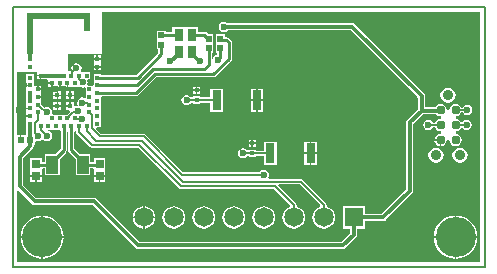
<source format=gtl>
G04*
G04 #@! TF.GenerationSoftware,Altium Limited,Altium Designer,20.2.5 (213)*
G04*
G04 Layer_Physical_Order=1*
G04 Layer_Color=255*
%FSLAX25Y25*%
%MOIN*%
G70*
G04*
G04 #@! TF.SameCoordinates,6F863687-9C3A-4172-A650-1A8696597D16*
G04*
G04*
G04 #@! TF.FilePolarity,Positive*
G04*
G01*
G75*
%ADD10C,0.01000*%
%ADD11C,0.00500*%
%ADD12C,0.00787*%
%ADD14R,0.01378X0.01378*%
%ADD15R,0.01654X0.01654*%
%ADD17R,0.02047X0.02165*%
%ADD18R,0.02165X0.02047*%
%ADD19R,0.03150X0.03937*%
%ADD20R,0.02835X0.02835*%
%ADD21R,0.03937X0.06102*%
%ADD22R,0.03150X0.06693*%
%ADD23R,0.01378X0.01417*%
%ADD38C,0.03110*%
%ADD39C,0.01378*%
%ADD40C,0.00598*%
%ADD41C,0.03543*%
%ADD42C,0.06496*%
%ADD43R,0.06496X0.06496*%
%ADD44C,0.13386*%
%ADD45C,0.02362*%
G36*
X25886Y78709D02*
X23917D01*
Y82646D01*
X6791D01*
Y70835D01*
X4823D01*
Y84614D01*
X25886D01*
Y78709D01*
D02*
G37*
G36*
X8122Y64917D02*
X8122Y64559D01*
Y64028D01*
X9311D01*
Y63728D01*
X9611D01*
Y62539D01*
X10181D01*
X10500Y62539D01*
X11000Y62539D01*
X11536D01*
X11961Y62358D01*
X11961Y62039D01*
Y61469D01*
X13150D01*
Y61169D01*
X13450D01*
Y59980D01*
X14020D01*
X14339Y59980D01*
X14839Y59980D01*
X15409D01*
Y61169D01*
X16009D01*
Y59980D01*
X16579D01*
X16898Y59980D01*
X17398Y59980D01*
X17968D01*
Y61169D01*
X18568D01*
Y59980D01*
X19138D01*
X19457Y59980D01*
X19957Y59980D01*
X22016D01*
X22016Y59980D01*
Y59980D01*
X22502Y59947D01*
X22671Y59834D01*
X23327Y59703D01*
X23921Y59821D01*
X24115Y59763D01*
X24421Y59599D01*
X24421Y57965D01*
X24421Y57465D01*
Y56480D01*
X23980Y56244D01*
X23884Y56308D01*
X23228Y56438D01*
X22572Y56308D01*
X22016Y55936D01*
X21645Y55380D01*
X21514Y54724D01*
X21629Y54149D01*
X21634Y54052D01*
X21343Y53621D01*
X20998Y53552D01*
X20862Y53462D01*
X20362Y53729D01*
Y54870D01*
X19335D01*
Y53543D01*
X19035D01*
Y53243D01*
X17709D01*
Y52217D01*
X18861D01*
X19068Y51717D01*
X18081Y50730D01*
X18025Y50646D01*
X17079Y50646D01*
X16579Y50646D01*
X14839D01*
X14520Y50646D01*
X14020Y50646D01*
X13374D01*
X13046Y51146D01*
X13131Y51575D01*
X13001Y52231D01*
X12629Y52787D01*
X12073Y53158D01*
X11417Y53289D01*
X10761Y53158D01*
X10595Y53047D01*
X9555Y54087D01*
X9555Y55224D01*
X9555Y55724D01*
Y56295D01*
X8366D01*
Y56894D01*
X9555D01*
Y57465D01*
X9555Y57784D01*
X9555Y58284D01*
Y58854D01*
X8366D01*
Y59153D01*
X8066D01*
Y60343D01*
X7177D01*
X6996Y60768D01*
X6996Y61622D01*
X6996Y62122D01*
Y64181D01*
X4618D01*
Y62122D01*
X4618Y61803D01*
X4618Y61303D01*
Y60733D01*
X5807D01*
Y60133D01*
X4618D01*
Y59563D01*
X4618Y59244D01*
X4618Y58744D01*
Y57991D01*
X4595Y57874D01*
Y55315D01*
X4618Y55198D01*
X4618Y54126D01*
X4618Y53626D01*
Y53056D01*
X5807D01*
Y52456D01*
X4618D01*
Y51886D01*
X4618Y51567D01*
X4618Y51067D01*
Y50497D01*
X5807D01*
Y49897D01*
X4618D01*
Y49327D01*
X4618Y49008D01*
X4618Y48508D01*
Y47755D01*
X4595Y47638D01*
Y44015D01*
X4181Y43807D01*
X2957D01*
Y42224D01*
X2358D01*
Y43807D01*
X1606D01*
Y65059D01*
X7681D01*
X8122Y64917D01*
D02*
G37*
G36*
X155875Y1606D02*
X1606Y1606D01*
Y25161D01*
X2067Y25352D01*
X6525Y20895D01*
X6918Y20632D01*
X7382Y20540D01*
X26762D01*
X41072Y6229D01*
X41465Y5967D01*
X41929Y5874D01*
X110138D01*
X110602Y5967D01*
X110995Y6229D01*
X114597Y9832D01*
X114860Y10225D01*
X114952Y10689D01*
Y12669D01*
X117488D01*
Y15205D01*
X123504D01*
X123968Y15297D01*
X124361Y15560D01*
X133239Y24438D01*
X133502Y24831D01*
X133594Y25295D01*
X133594Y25295D01*
Y47628D01*
X136821Y50855D01*
X141081D01*
X141156Y50743D01*
X141836Y50288D01*
X142638Y50129D01*
Y49320D01*
X141836Y49160D01*
X141156Y48706D01*
X140717Y48049D01*
X140067D01*
X139795Y48456D01*
X139239Y48828D01*
X138583Y48958D01*
X137927Y48828D01*
X137371Y48456D01*
X136999Y47900D01*
X136869Y47244D01*
X136999Y46588D01*
X137371Y46032D01*
X137927Y45660D01*
X138583Y45530D01*
X139239Y45660D01*
X139795Y46032D01*
X140053Y46419D01*
X140704D01*
X141156Y45743D01*
X141836Y45289D01*
X142638Y45129D01*
Y44320D01*
X141836Y44160D01*
X141156Y43706D01*
X140702Y43026D01*
X140602Y42524D01*
X142638D01*
Y42224D01*
X142938D01*
Y40189D01*
X143440Y40288D01*
X144120Y40743D01*
X144574Y41423D01*
X144733Y42224D01*
X145542D01*
X145702Y41423D01*
X146156Y40743D01*
X146836Y40288D01*
X147638Y40129D01*
X148440Y40288D01*
X149119Y40743D01*
X149574Y41423D01*
X149733Y42224D01*
X149574Y43026D01*
X149119Y43706D01*
X148440Y44160D01*
X147638Y44320D01*
Y45129D01*
X148440Y45289D01*
X149119Y45743D01*
X149439Y46222D01*
X150007Y46246D01*
X150011Y46245D01*
X150127Y46071D01*
X150683Y45700D01*
X151339Y45569D01*
X151995Y45700D01*
X152551Y46071D01*
X152922Y46628D01*
X153053Y47283D01*
X152922Y47939D01*
X152551Y48495D01*
X151995Y48867D01*
X151339Y48998D01*
X150683Y48867D01*
X150127Y48495D01*
X149966Y48254D01*
X149421D01*
X149119Y48706D01*
X148440Y49160D01*
X147638Y49320D01*
Y50129D01*
X148440Y50288D01*
X149119Y50743D01*
X149574Y51423D01*
X149575Y51429D01*
X150111D01*
X150363Y51052D01*
X150919Y50680D01*
X151575Y50550D01*
X152231Y50680D01*
X152787Y51052D01*
X153158Y51608D01*
X153289Y52264D01*
X153158Y52920D01*
X152787Y53476D01*
X152231Y53847D01*
X151575Y53978D01*
X150919Y53847D01*
X150363Y53476D01*
X150084Y53059D01*
X149552D01*
X149119Y53706D01*
X148440Y54160D01*
X147638Y54320D01*
X146836Y54160D01*
X146156Y53706D01*
X145702Y53026D01*
X145550Y52264D01*
X144725D01*
X144574Y53026D01*
X144120Y53706D01*
X143440Y54160D01*
X142638Y54320D01*
X141836Y54160D01*
X141156Y53706D01*
X140871Y53279D01*
X137531D01*
Y56890D01*
X137531Y56890D01*
X137439Y57354D01*
X137176Y57747D01*
X137176Y57747D01*
X114053Y80870D01*
X113660Y81133D01*
X113196Y81225D01*
X71547D01*
X71128Y81505D01*
X70472Y81635D01*
X69816Y81505D01*
X69260Y81133D01*
X68889Y80577D01*
X68758Y79921D01*
X68889Y79265D01*
X69260Y78709D01*
X69816Y78338D01*
X70472Y78207D01*
X71128Y78338D01*
X71684Y78709D01*
X71745Y78800D01*
X112694D01*
X135107Y56388D01*
Y52569D01*
X131525Y48987D01*
X131262Y48594D01*
X131170Y48130D01*
Y25797D01*
X123002Y17630D01*
X117488D01*
Y20165D01*
X109992D01*
Y12669D01*
X112528D01*
Y11191D01*
X109636Y8299D01*
X42431D01*
X28121Y22609D01*
X27728Y22872D01*
X27264Y22964D01*
X7884D01*
X3574Y27274D01*
Y36210D01*
X6664Y39300D01*
X6927Y39694D01*
X7019Y40157D01*
Y40642D01*
X7331D01*
Y41704D01*
X7831Y41971D01*
X7907Y41920D01*
X8563Y41790D01*
X9219Y41920D01*
X9775Y42292D01*
X10364Y42274D01*
X10792Y41988D01*
X11448Y41858D01*
X12104Y41988D01*
X12660Y42360D01*
X13032Y42916D01*
X13162Y43572D01*
X13032Y44228D01*
X12660Y44784D01*
X12104Y45155D01*
X11835Y45209D01*
X11885Y45709D01*
X13059Y45709D01*
X13559Y45709D01*
X15299D01*
X15618Y45709D01*
X15969Y45354D01*
Y39202D01*
X14275Y37508D01*
X10780D01*
Y34976D01*
X9653D01*
Y36110D01*
X5819D01*
Y32594D01*
X5819Y32276D01*
X5819Y31776D01*
Y30477D01*
X9653D01*
Y31776D01*
X9653Y32094D01*
X9653Y32583D01*
X10007Y32937D01*
X10780D01*
Y30406D01*
X15717D01*
Y36066D01*
X17709Y38059D01*
X17930Y38389D01*
X18008Y38780D01*
Y44888D01*
X18268Y45041D01*
X18528Y44888D01*
Y38976D01*
X18605Y38586D01*
X18826Y38255D01*
X21016Y36066D01*
Y30406D01*
X25953D01*
Y32937D01*
X26725D01*
X27079Y32583D01*
Y32276D01*
X27079Y31776D01*
Y30477D01*
X30913D01*
Y31776D01*
X30913Y32094D01*
X30913Y32594D01*
Y36110D01*
X27079D01*
Y34976D01*
X25953D01*
Y37508D01*
X22458D01*
X20567Y39399D01*
Y44996D01*
X21067Y45331D01*
X21195Y45278D01*
Y45020D01*
X21264Y44671D01*
X21462Y44375D01*
X25848Y39990D01*
X26143Y39792D01*
X26492Y39723D01*
X41764D01*
X55360Y26127D01*
X55655Y25930D01*
X56004Y25860D01*
X87123D01*
X92487Y20496D01*
X92370Y19906D01*
X91850Y19691D01*
X91067Y19091D01*
X90466Y18307D01*
X90089Y17396D01*
X89960Y16417D01*
X90089Y15439D01*
X90466Y14527D01*
X91067Y13744D01*
X91850Y13143D01*
X92762Y12766D01*
X93740Y12637D01*
X94719Y12766D01*
X95630Y13143D01*
X96413Y13744D01*
X97014Y14527D01*
X97392Y15439D01*
X97521Y16417D01*
X97392Y17396D01*
X97014Y18307D01*
X96413Y19091D01*
X95630Y19691D01*
X94719Y20069D01*
X94651Y20078D01*
Y20531D01*
X94582Y20880D01*
X94384Y21176D01*
X88625Y26935D01*
X88832Y27435D01*
X95686D01*
X102590Y20531D01*
X102467Y19947D01*
X101850Y19691D01*
X101067Y19091D01*
X100466Y18307D01*
X100089Y17396D01*
X99960Y16417D01*
X100089Y15439D01*
X100466Y14527D01*
X101067Y13744D01*
X101850Y13143D01*
X102762Y12766D01*
X103740Y12637D01*
X104719Y12766D01*
X105630Y13143D01*
X106413Y13744D01*
X107014Y14527D01*
X107392Y15439D01*
X107520Y16417D01*
X107392Y17396D01*
X107014Y18307D01*
X106413Y19091D01*
X105630Y19691D01*
X104719Y20069D01*
X104651Y20078D01*
Y20669D01*
X104582Y21018D01*
X104385Y21314D01*
X96707Y28991D01*
X96412Y29188D01*
X96063Y29258D01*
X85476D01*
X85209Y29758D01*
X85334Y29945D01*
X85464Y30600D01*
X85334Y31256D01*
X84962Y31812D01*
X84406Y32184D01*
X83750Y32314D01*
X83094Y32184D01*
X82538Y31812D01*
X82337Y31512D01*
X56875D01*
X44337Y44050D01*
X44041Y44247D01*
X43692Y44317D01*
X29610D01*
X27940Y45987D01*
X28131Y46449D01*
X29358D01*
Y48827D01*
X29358D01*
Y49008D01*
X29358D01*
Y51067D01*
X29358Y51386D01*
X29358Y51886D01*
Y53626D01*
X29358Y53945D01*
X29358Y54445D01*
Y56185D01*
X29358Y56504D01*
X29713Y56854D01*
X41135D01*
X41525Y56932D01*
X41856Y57153D01*
X47857Y63154D01*
X66929D01*
X67319Y63231D01*
X67650Y63452D01*
X72768Y68570D01*
X72989Y68901D01*
X73067Y69291D01*
Y74803D01*
X72989Y75193D01*
X72768Y75524D01*
X71913Y76379D01*
X71583Y76600D01*
X71193Y76677D01*
X70874D01*
Y77508D01*
X67709D01*
Y74461D01*
X67709D01*
Y74358D01*
X67709D01*
Y71311D01*
X68272D01*
Y70565D01*
X67848Y70481D01*
X67292Y70110D01*
X66920Y69554D01*
X66874Y69320D01*
X66374Y69369D01*
Y71311D01*
X66937D01*
Y73961D01*
X66937Y74358D01*
X66937Y74858D01*
Y77508D01*
X65214D01*
X64638Y78083D01*
X64307Y78304D01*
X63917Y78382D01*
X61721D01*
Y79831D01*
X57890D01*
X57571Y79831D01*
X57071Y79831D01*
X53240D01*
Y78185D01*
X51189D01*
Y78689D01*
X48024D01*
Y76039D01*
X48024Y75642D01*
X48024Y75142D01*
Y72492D01*
X48587D01*
Y71289D01*
X41310Y64012D01*
X29358D01*
Y64181D01*
X26980D01*
Y61803D01*
X26980D01*
Y61622D01*
X26980D01*
Y60768D01*
X26799Y60343D01*
X26480Y60343D01*
X25172D01*
X24927Y60843D01*
X25041Y61417D01*
X24917Y62039D01*
X24921Y62150D01*
X25129Y62539D01*
X25854D01*
Y64917D01*
X23476D01*
Y64917D01*
X23295D01*
X22913Y65202D01*
X22798Y65417D01*
X22843Y65486D01*
X22974Y66142D01*
X22843Y66798D01*
X22472Y67354D01*
X21916Y67725D01*
X21260Y67856D01*
X20604Y67725D01*
X20048Y67354D01*
X19676Y66798D01*
X19546Y66142D01*
X19639Y65673D01*
X19346Y65380D01*
X19169Y65116D01*
X19004Y65084D01*
X18829Y65153D01*
X18504Y65479D01*
Y70965D01*
X29823D01*
Y85009D01*
X155875Y85009D01*
X155875Y1606D01*
D02*
G37*
%LPC*%
G36*
X9011Y63428D02*
X8122D01*
Y62539D01*
X9011D01*
Y63428D01*
D02*
G37*
G36*
X12850Y60869D02*
X11961D01*
Y59980D01*
X12850D01*
Y60869D01*
D02*
G37*
G36*
X8666Y60343D02*
Y59453D01*
X9555D01*
Y60343D01*
X8666D01*
D02*
G37*
G36*
X20362Y58413D02*
X19335D01*
Y57387D01*
X20362D01*
Y58413D01*
D02*
G37*
G36*
X18735D02*
X17709D01*
Y57387D01*
X18735D01*
Y58413D01*
D02*
G37*
G36*
X16268D02*
X15241D01*
Y57387D01*
X16268D01*
Y58413D01*
D02*
G37*
G36*
X14641D02*
X13614D01*
Y57387D01*
X14641D01*
Y58413D01*
D02*
G37*
G36*
X20362Y56787D02*
X19335D01*
Y55760D01*
X20362D01*
Y56787D01*
D02*
G37*
G36*
X18735D02*
X17709D01*
Y55760D01*
X18735D01*
Y56787D01*
D02*
G37*
G36*
X16268D02*
X15241D01*
Y55760D01*
X16268D01*
Y56787D01*
D02*
G37*
G36*
X14641D02*
X13614D01*
Y55760D01*
X14641D01*
Y56787D01*
D02*
G37*
G36*
X18735Y54870D02*
X17709D01*
Y53843D01*
X18735D01*
Y54870D01*
D02*
G37*
G36*
X16268D02*
X15241D01*
Y53843D01*
X16268D01*
Y54870D01*
D02*
G37*
G36*
X14641D02*
X13614D01*
Y53843D01*
X14641D01*
Y54870D01*
D02*
G37*
G36*
X16268Y53243D02*
X15241D01*
Y52217D01*
X16268D01*
Y53243D01*
D02*
G37*
G36*
X14641D02*
X13614D01*
Y52217D01*
X14641D01*
Y53243D01*
D02*
G37*
G36*
X29358Y70449D02*
X28469D01*
Y69560D01*
X29358D01*
Y70449D01*
D02*
G37*
G36*
X27869D02*
X26980D01*
Y69560D01*
X27869D01*
Y70449D01*
D02*
G37*
G36*
X29358Y68960D02*
X26980D01*
Y68390D01*
X26980Y68071D01*
X26980Y67571D01*
Y67001D01*
X29358D01*
Y67571D01*
X29358Y67890D01*
X29358Y68390D01*
Y68960D01*
D02*
G37*
G36*
Y66401D02*
X28469D01*
Y65512D01*
X29358D01*
Y66401D01*
D02*
G37*
G36*
X27869D02*
X26980D01*
Y65512D01*
X27869D01*
Y66401D01*
D02*
G37*
G36*
X62508Y60047D02*
X61619D01*
Y59139D01*
X62508D01*
Y60047D01*
D02*
G37*
G36*
X61019D02*
X60130D01*
Y59139D01*
X61019D01*
Y60047D01*
D02*
G37*
G36*
X62508Y58539D02*
X61619D01*
Y57630D01*
X62508D01*
Y58539D01*
D02*
G37*
G36*
X61019D02*
X60130D01*
Y57630D01*
X61019D01*
Y58539D01*
D02*
G37*
G36*
X70087Y59358D02*
X65937D01*
Y56443D01*
X62508D01*
Y56740D01*
X60130D01*
Y56433D01*
X59379D01*
X59184Y56724D01*
X58628Y57095D01*
X57972Y57226D01*
X57316Y57095D01*
X56760Y56724D01*
X56389Y56168D01*
X56258Y55512D01*
X56389Y54856D01*
X56760Y54300D01*
X57316Y53928D01*
X57972Y53798D01*
X58628Y53928D01*
X59184Y54300D01*
X59392Y54610D01*
X60130D01*
Y54323D01*
X62508D01*
Y54620D01*
X65937D01*
Y51665D01*
X70087D01*
Y59358D01*
D02*
G37*
G36*
X83472D02*
X81698D01*
Y55812D01*
X83472D01*
Y59358D01*
D02*
G37*
G36*
X81098D02*
X79323D01*
Y55812D01*
X81098D01*
Y59358D01*
D02*
G37*
G36*
X145138Y59731D02*
X144178Y59540D01*
X143365Y58997D01*
X142822Y58184D01*
X142631Y57224D01*
X142822Y56265D01*
X143365Y55452D01*
X144178Y54908D01*
X145138Y54718D01*
X146097Y54908D01*
X146910Y55452D01*
X147454Y56265D01*
X147645Y57224D01*
X147454Y58184D01*
X146910Y58997D01*
X146097Y59540D01*
X145138Y59731D01*
D02*
G37*
G36*
X83472Y55212D02*
X81698D01*
Y51665D01*
X83472D01*
Y55212D01*
D02*
G37*
G36*
X81098D02*
X79323D01*
Y51665D01*
X81098D01*
Y55212D01*
D02*
G37*
G36*
X81110Y42331D02*
X80221D01*
Y41422D01*
X81110D01*
Y42331D01*
D02*
G37*
G36*
X79621D02*
X78732D01*
Y41422D01*
X79621D01*
Y42331D01*
D02*
G37*
G36*
X142338Y41924D02*
X140602D01*
X140702Y41423D01*
X141156Y40743D01*
X141836Y40288D01*
X142338Y40189D01*
Y41924D01*
D02*
G37*
G36*
X81110Y40822D02*
X80221D01*
Y39913D01*
X81110D01*
Y40822D01*
D02*
G37*
G36*
X79621D02*
X78732D01*
Y39913D01*
X79621D01*
Y40822D01*
D02*
G37*
G36*
X88000Y41642D02*
X83850D01*
Y38726D01*
X81110D01*
Y39024D01*
X78732D01*
Y38792D01*
X78232Y38782D01*
X78082Y39007D01*
X77526Y39379D01*
X76870Y39509D01*
X76214Y39379D01*
X75658Y39007D01*
X75287Y38451D01*
X75156Y37795D01*
X75287Y37139D01*
X75658Y36583D01*
X76214Y36212D01*
X76870Y36081D01*
X77526Y36212D01*
X78082Y36583D01*
X78232Y36808D01*
X78732Y36752D01*
Y36606D01*
X81110D01*
Y36904D01*
X83850D01*
Y33949D01*
X88000D01*
Y41642D01*
D02*
G37*
G36*
X101386D02*
X99611D01*
Y38095D01*
X101386D01*
Y41642D01*
D02*
G37*
G36*
X99011D02*
X97236D01*
Y38095D01*
X99011D01*
Y41642D01*
D02*
G37*
G36*
X149138Y39731D02*
X148179Y39540D01*
X147365Y38997D01*
X146822Y38184D01*
X146631Y37224D01*
X146822Y36265D01*
X147365Y35452D01*
X148179Y34908D01*
X149138Y34718D01*
X150097Y34908D01*
X150910Y35452D01*
X151454Y36265D01*
X151645Y37224D01*
X151454Y38184D01*
X150910Y38997D01*
X150097Y39540D01*
X149138Y39731D01*
D02*
G37*
G36*
X141138D02*
X140179Y39540D01*
X139365Y38997D01*
X138822Y38184D01*
X138631Y37224D01*
X138822Y36265D01*
X139365Y35452D01*
X140179Y34908D01*
X141138Y34718D01*
X142097Y34908D01*
X142910Y35452D01*
X143454Y36265D01*
X143645Y37224D01*
X143454Y38184D01*
X142910Y38997D01*
X142097Y39540D01*
X141138Y39731D01*
D02*
G37*
G36*
X101386Y37495D02*
X99611D01*
Y33949D01*
X101386D01*
Y37495D01*
D02*
G37*
G36*
X99011D02*
X97236D01*
Y33949D01*
X99011D01*
Y37495D01*
D02*
G37*
G36*
X30913Y29877D02*
X29296D01*
Y28260D01*
X30913D01*
Y29877D01*
D02*
G37*
G36*
X28696D02*
X27079D01*
Y28260D01*
X28696D01*
Y29877D01*
D02*
G37*
G36*
X9653D02*
X8036D01*
Y28260D01*
X9653D01*
Y29877D01*
D02*
G37*
G36*
X7436D02*
X5819D01*
Y28260D01*
X7436D01*
Y29877D01*
D02*
G37*
G36*
X44040Y20158D02*
Y16717D01*
X47481D01*
X47392Y17396D01*
X47014Y18307D01*
X46413Y19091D01*
X45630Y19691D01*
X44719Y20069D01*
X44040Y20158D01*
D02*
G37*
G36*
X43440D02*
X42762Y20069D01*
X41850Y19691D01*
X41067Y19091D01*
X40466Y18307D01*
X40089Y17396D01*
X39999Y16717D01*
X43440D01*
Y20158D01*
D02*
G37*
G36*
X47481Y16117D02*
X44040D01*
Y12676D01*
X44719Y12766D01*
X45630Y13143D01*
X46413Y13744D01*
X47014Y14527D01*
X47392Y15439D01*
X47481Y16117D01*
D02*
G37*
G36*
X43440D02*
X39999D01*
X40089Y15439D01*
X40466Y14527D01*
X41067Y13744D01*
X41850Y13143D01*
X42762Y12766D01*
X43440Y12676D01*
Y16117D01*
D02*
G37*
G36*
X83740Y20198D02*
X82762Y20069D01*
X81850Y19691D01*
X81067Y19091D01*
X80466Y18307D01*
X80089Y17396D01*
X79960Y16417D01*
X80089Y15439D01*
X80466Y14527D01*
X81067Y13744D01*
X81850Y13143D01*
X82762Y12766D01*
X83740Y12637D01*
X84719Y12766D01*
X85630Y13143D01*
X86413Y13744D01*
X87014Y14527D01*
X87392Y15439D01*
X87520Y16417D01*
X87392Y17396D01*
X87014Y18307D01*
X86413Y19091D01*
X85630Y19691D01*
X84719Y20069D01*
X83740Y20198D01*
D02*
G37*
G36*
X73740D02*
X72762Y20069D01*
X71850Y19691D01*
X71067Y19091D01*
X70466Y18307D01*
X70089Y17396D01*
X69960Y16417D01*
X70089Y15439D01*
X70466Y14527D01*
X71067Y13744D01*
X71850Y13143D01*
X72762Y12766D01*
X73740Y12637D01*
X74719Y12766D01*
X75630Y13143D01*
X76413Y13744D01*
X77014Y14527D01*
X77392Y15439D01*
X77521Y16417D01*
X77392Y17396D01*
X77014Y18307D01*
X76413Y19091D01*
X75630Y19691D01*
X74719Y20069D01*
X73740Y20198D01*
D02*
G37*
G36*
X63740D02*
X62762Y20069D01*
X61850Y19691D01*
X61067Y19091D01*
X60466Y18307D01*
X60089Y17396D01*
X59960Y16417D01*
X60089Y15439D01*
X60466Y14527D01*
X61067Y13744D01*
X61850Y13143D01*
X62762Y12766D01*
X63740Y12637D01*
X64719Y12766D01*
X65630Y13143D01*
X66413Y13744D01*
X67014Y14527D01*
X67392Y15439D01*
X67520Y16417D01*
X67392Y17396D01*
X67014Y18307D01*
X66413Y19091D01*
X65630Y19691D01*
X64719Y20069D01*
X63740Y20198D01*
D02*
G37*
G36*
X53740D02*
X52762Y20069D01*
X51850Y19691D01*
X51067Y19091D01*
X50466Y18307D01*
X50089Y17396D01*
X49960Y16417D01*
X50089Y15439D01*
X50466Y14527D01*
X51067Y13744D01*
X51850Y13143D01*
X52762Y12766D01*
X53740Y12637D01*
X54719Y12766D01*
X55630Y13143D01*
X56413Y13744D01*
X57014Y14527D01*
X57392Y15439D01*
X57521Y16417D01*
X57392Y17396D01*
X57014Y18307D01*
X56413Y19091D01*
X55630Y19691D01*
X54719Y20069D01*
X53740Y20198D01*
D02*
G37*
G36*
X147938Y17041D02*
Y10142D01*
X154836D01*
X154727Y11253D01*
X154315Y12608D01*
X153647Y13858D01*
X152749Y14953D01*
X151653Y15852D01*
X150404Y16520D01*
X149048Y16931D01*
X147938Y17041D01*
D02*
G37*
G36*
X147338D02*
X146228Y16931D01*
X144872Y16520D01*
X143622Y15852D01*
X142527Y14953D01*
X141628Y13858D01*
X140960Y12608D01*
X140549Y11253D01*
X140440Y10142D01*
X147338D01*
Y17041D01*
D02*
G37*
G36*
X10142D02*
Y10142D01*
X17041D01*
X16931Y11253D01*
X16520Y12608D01*
X15852Y13858D01*
X14953Y14953D01*
X13858Y15852D01*
X12608Y16520D01*
X11253Y16931D01*
X10142Y17041D01*
D02*
G37*
G36*
X9543D02*
X8433Y16931D01*
X7077Y16520D01*
X5827Y15852D01*
X4732Y14953D01*
X3833Y13858D01*
X3165Y12608D01*
X2754Y11253D01*
X2644Y10142D01*
X9543D01*
Y17041D01*
D02*
G37*
G36*
X154836Y9543D02*
X147938D01*
Y2644D01*
X149048Y2754D01*
X150404Y3165D01*
X151653Y3833D01*
X152749Y4732D01*
X153647Y5827D01*
X154315Y7077D01*
X154727Y8433D01*
X154836Y9543D01*
D02*
G37*
G36*
X147338D02*
X140440D01*
X140549Y8433D01*
X140960Y7077D01*
X141628Y5827D01*
X142527Y4732D01*
X143622Y3833D01*
X144872Y3165D01*
X146228Y2754D01*
X147338Y2644D01*
Y9543D01*
D02*
G37*
G36*
X17041D02*
X10142D01*
Y2644D01*
X11253Y2754D01*
X12608Y3165D01*
X13858Y3833D01*
X14953Y4732D01*
X15852Y5827D01*
X16520Y7077D01*
X16931Y8433D01*
X17041Y9543D01*
D02*
G37*
G36*
X9543D02*
X2644D01*
X2754Y8433D01*
X3165Y7077D01*
X3833Y5827D01*
X4732Y4732D01*
X5827Y3833D01*
X7077Y3165D01*
X8433Y2754D01*
X9543Y2644D01*
Y9543D01*
D02*
G37*
%LPD*%
D10*
X68504Y68898D02*
X69291Y69685D01*
X28169Y57874D02*
X41135D01*
X28169Y60433D02*
X41434D01*
X19547Y38976D02*
Y46898D01*
X49606Y70866D02*
Y74016D01*
X41732Y62992D02*
X49606Y70866D01*
X62205Y68504D02*
X62598D01*
X16988Y38780D02*
Y46898D01*
X59646Y71063D02*
X62205Y68504D01*
X41135Y57874D02*
X47434Y64173D01*
X66929D02*
X72047Y69291D01*
X47434Y64173D02*
X66929D01*
X71193Y75658D02*
X72047Y74803D01*
Y69291D02*
Y74803D01*
X69291Y75984D02*
X69618Y75658D01*
X71193D01*
X46749Y65748D02*
X63779D01*
X65354Y67323D02*
Y72835D01*
X63779Y65748D02*
X65354Y67323D01*
X28169Y62992D02*
X41732D01*
X41434Y60433D02*
X46749Y65748D01*
X49606Y77165D02*
X55118D01*
X55315Y77362D01*
X59646D02*
X63917D01*
X65295Y75984D01*
X65354D01*
X59646Y71063D02*
Y71457D01*
X69291Y69685D02*
Y72835D01*
X19547Y38976D02*
X23484Y35039D01*
X13248D02*
X16988Y38780D01*
X23484Y33957D02*
Y35039D01*
X13248Y33957D02*
Y35039D01*
X23484Y33957D02*
X23484Y33957D01*
X28996D01*
X13248D02*
X13248Y33957D01*
X7736Y33957D02*
X13248D01*
X5807Y69260D02*
X5807Y69260D01*
D11*
X0Y86614D02*
X157480Y86614D01*
X0Y-0D02*
X157480Y0D01*
X0Y-0D02*
Y86614D01*
X157480Y0D02*
Y86614D01*
D12*
X43692Y43406D02*
X56497Y30600D01*
X83750D01*
X56720Y28346D02*
X96063D01*
X103740Y20669D01*
X43047Y42020D02*
X56720Y28346D01*
X22106Y45020D02*
X26492Y40634D01*
X22106Y45020D02*
Y46898D01*
X26476Y46161D02*
X29232Y43406D01*
X26476Y46161D02*
Y50610D01*
X8366Y48815D02*
Y51476D01*
X7488Y47937D02*
X8366Y48815D01*
X7488Y44579D02*
Y47937D01*
Y44579D02*
X8563Y43504D01*
X24665Y45217D02*
X27862Y42020D01*
X24665Y45217D02*
Y46898D01*
X27862Y42020D02*
X43047D01*
X26492Y40634D02*
X42142D01*
X57972Y55512D02*
X57982Y55522D01*
X9311Y45709D02*
X11448Y43572D01*
X29232Y43406D02*
X43692D01*
X56004Y26772D02*
X87500D01*
X42142Y40634D02*
X56004Y26772D01*
X87500D02*
X93740Y20531D01*
X103740Y16417D02*
Y20669D01*
X93740Y16417D02*
Y20531D01*
X25610Y51476D02*
X26476Y50610D01*
X57982Y55522D02*
X61309D01*
X61319Y55532D01*
X67992D02*
X68012Y55512D01*
X61319Y55532D02*
X67992D01*
X79941Y37815D02*
X85905D01*
X76880Y37805D02*
X79912D01*
X9311Y45709D02*
Y46898D01*
D14*
X5807Y69260D02*
D03*
Y66701D02*
D03*
Y62992D02*
D03*
Y60433D02*
D03*
Y57874D02*
D03*
Y55315D02*
D03*
Y52756D02*
D03*
Y50197D02*
D03*
Y47638D02*
D03*
X8366Y59153D02*
D03*
Y56595D02*
D03*
Y54035D02*
D03*
Y51476D02*
D03*
X9311Y46898D02*
D03*
X11870D02*
D03*
X16988D02*
D03*
X19547D02*
D03*
X24665D02*
D03*
X13150Y49457D02*
D03*
X18268D02*
D03*
X20827D02*
D03*
X28169Y47638D02*
D03*
Y50197D02*
D03*
Y52756D02*
D03*
Y55315D02*
D03*
Y57874D02*
D03*
Y60433D02*
D03*
Y62992D02*
D03*
Y66701D02*
D03*
Y69260D02*
D03*
X25610Y51476D02*
D03*
Y54035D02*
D03*
Y56595D02*
D03*
Y59153D02*
D03*
X24665Y63728D02*
D03*
X22106D02*
D03*
X19547D02*
D03*
X16988D02*
D03*
X14429D02*
D03*
X11870D02*
D03*
X9311D02*
D03*
X18268Y61169D02*
D03*
X13150D02*
D03*
X14429Y46898D02*
D03*
X22106D02*
D03*
X15709Y49457D02*
D03*
X20827Y61169D02*
D03*
X15709D02*
D03*
D15*
X14941Y57087D02*
D03*
Y53543D02*
D03*
X19035D02*
D03*
Y57087D02*
D03*
D17*
X2657Y42224D02*
D03*
X5807D02*
D03*
D18*
X49606Y74016D02*
D03*
Y77165D02*
D03*
X69291Y75984D02*
D03*
Y72835D02*
D03*
X65354D02*
D03*
Y75984D02*
D03*
D19*
X59646Y71457D02*
D03*
Y77362D02*
D03*
X55315D02*
D03*
Y71457D02*
D03*
D20*
X28996Y34193D02*
D03*
Y30177D02*
D03*
X7736Y34193D02*
D03*
Y30177D02*
D03*
D21*
X23484Y33957D02*
D03*
X13248D02*
D03*
D22*
X85925Y37795D02*
D03*
X99311D02*
D03*
X68012Y55512D02*
D03*
X81398D02*
D03*
D23*
X79921Y41122D02*
D03*
Y37815D02*
D03*
X61319Y58839D02*
D03*
Y55532D02*
D03*
D38*
X147638Y42224D02*
D03*
X142638D02*
D03*
X147638Y47224D02*
D03*
X142638D02*
D03*
X147638Y52224D02*
D03*
X142638D02*
D03*
D39*
X110138Y7087D02*
X113740Y10689D01*
X27264Y21752D02*
X41929Y7087D01*
X110138D01*
X52362Y68110D02*
Y68504D01*
X52756D01*
X5807Y42224D02*
Y47638D01*
X52362Y68110D02*
X52362Y68110D01*
X52756Y68504D02*
X55315Y71063D01*
X5807Y55315D02*
Y57874D01*
X70472Y80013D02*
X113196D01*
X55315Y71063D02*
Y71457D01*
X5807Y40157D02*
Y42224D01*
X113196Y80013D02*
X136319Y56890D01*
X9311Y63728D02*
X11870D01*
X14429D01*
X16988D01*
X10925Y61614D02*
X11044Y61733D01*
X2362Y36713D02*
X5807Y40157D01*
X2362Y26772D02*
Y36713D01*
X7382Y21752D02*
X27264D01*
X2362Y26772D02*
X7382Y21752D01*
X113740Y10689D02*
Y16417D01*
X136319Y52067D02*
Y56890D01*
X132382Y25295D02*
Y48130D01*
X136319Y52067D02*
X142480D01*
X132382Y48130D02*
X136319Y52067D01*
X142480D02*
X142638Y52224D01*
X123504Y16417D02*
X132382Y25295D01*
X113740Y16417D02*
X123504D01*
X5807Y69260D02*
Y70835D01*
D40*
X22106Y62638D02*
X23327Y61417D01*
X20827Y49457D02*
X20921Y49362D01*
X23098D01*
X23193Y49268D01*
X18657Y50153D02*
X20135Y51631D01*
X18657Y49847D02*
Y50153D01*
X20135Y51631D02*
X21316D01*
X18268Y49457D02*
X18657Y49847D01*
X21316Y51631D02*
X21654Y51968D01*
X11417Y51290D02*
Y51575D01*
X23228Y54724D02*
X24921D01*
X25610Y54035D01*
X8844Y53646D02*
X11309Y51181D01*
X11417Y51290D01*
X22106Y62638D02*
Y63728D01*
X147697Y47283D02*
X151339D01*
X21260Y66142D02*
X21260D01*
X19547Y63728D02*
X19922Y64103D01*
Y64804D01*
X21260Y66142D01*
X8756Y53646D02*
X8844D01*
X8366Y54035D02*
X8756Y53646D01*
X43047Y42020D02*
X43252D01*
X142628Y47234D02*
X142638Y47224D01*
X138593Y47234D02*
X142628D01*
X138583Y47244D02*
X138593Y47234D01*
X79912Y37805D02*
X79921Y37815D01*
Y37795D02*
X79941Y37815D01*
X85905D02*
X85925Y37795D01*
X76870D02*
X76880Y37805D01*
X147638Y52224D02*
X147658Y52244D01*
X151555D01*
X151575Y52264D01*
X147638Y47224D02*
X147697Y47283D01*
X79921Y37795D02*
Y37815D01*
D41*
X141138Y37224D02*
D03*
X149138D02*
D03*
X145138Y57224D02*
D03*
D42*
X63740Y16417D02*
D03*
X73740D02*
D03*
X83740D02*
D03*
X103740D02*
D03*
X93740D02*
D03*
X53740D02*
D03*
X43740D02*
D03*
D43*
X113740D02*
D03*
D44*
X147638Y9843D02*
D03*
X9843D02*
D03*
D45*
X154528Y18701D02*
D03*
Y24606D02*
D03*
Y30512D02*
D03*
Y36417D02*
D03*
Y42323D02*
D03*
Y59055D02*
D03*
Y65945D02*
D03*
Y71850D02*
D03*
Y77756D02*
D03*
Y83661D02*
D03*
X33465Y46260D02*
D03*
X114173Y2953D02*
D03*
X108268D02*
D03*
X102362D02*
D03*
X96457D02*
D03*
X90551D02*
D03*
X84646D02*
D03*
X78740D02*
D03*
X72835D02*
D03*
X66929D02*
D03*
X61024D02*
D03*
X55118D02*
D03*
X49213D02*
D03*
X43307D02*
D03*
X98425Y12795D02*
D03*
X88583D02*
D03*
X59055D02*
D03*
X88583Y21654D02*
D03*
X125984Y58071D02*
D03*
X120079D02*
D03*
X114173D02*
D03*
X108268D02*
D03*
X102362D02*
D03*
X96457D02*
D03*
X90551D02*
D03*
X70866Y34449D02*
D03*
X17717Y35433D02*
D03*
X22638Y40354D02*
D03*
X13780D02*
D03*
X2953Y18701D02*
D03*
X19685Y2953D02*
D03*
X25591D02*
D03*
X31496D02*
D03*
X37402D02*
D03*
X120079D02*
D03*
X137795D02*
D03*
Y6890D02*
D03*
X120079D02*
D03*
X37402D02*
D03*
X31496D02*
D03*
X25591D02*
D03*
X19685D02*
D03*
X149606Y83661D02*
D03*
Y77756D02*
D03*
Y71850D02*
D03*
Y65945D02*
D03*
Y30512D02*
D03*
Y24606D02*
D03*
Y18701D02*
D03*
X143701Y83661D02*
D03*
Y77756D02*
D03*
Y71850D02*
D03*
Y65945D02*
D03*
Y30512D02*
D03*
Y24606D02*
D03*
Y18701D02*
D03*
X137795Y83661D02*
D03*
Y77756D02*
D03*
Y71850D02*
D03*
Y65945D02*
D03*
Y42323D02*
D03*
Y30512D02*
D03*
Y24606D02*
D03*
Y18701D02*
D03*
Y12795D02*
D03*
X131890Y83661D02*
D03*
Y77756D02*
D03*
Y71850D02*
D03*
Y65945D02*
D03*
Y18701D02*
D03*
Y12795D02*
D03*
X125984Y83661D02*
D03*
Y77756D02*
D03*
Y71850D02*
D03*
Y48228D02*
D03*
Y42323D02*
D03*
Y36417D02*
D03*
Y30512D02*
D03*
Y24606D02*
D03*
Y12795D02*
D03*
X120079Y83661D02*
D03*
Y77756D02*
D03*
Y65945D02*
D03*
Y48228D02*
D03*
Y42323D02*
D03*
Y36417D02*
D03*
Y30512D02*
D03*
Y24606D02*
D03*
Y12795D02*
D03*
X114173Y83661D02*
D03*
Y71850D02*
D03*
Y65945D02*
D03*
Y48228D02*
D03*
Y42323D02*
D03*
Y36417D02*
D03*
Y30512D02*
D03*
Y24606D02*
D03*
X108268Y83661D02*
D03*
Y71850D02*
D03*
Y65945D02*
D03*
Y48228D02*
D03*
Y42323D02*
D03*
Y36417D02*
D03*
Y30512D02*
D03*
Y24606D02*
D03*
Y18701D02*
D03*
Y12795D02*
D03*
X102362Y83661D02*
D03*
Y71850D02*
D03*
Y65945D02*
D03*
Y48228D02*
D03*
Y42323D02*
D03*
Y30512D02*
D03*
X96457Y83661D02*
D03*
Y71850D02*
D03*
Y65945D02*
D03*
Y48228D02*
D03*
Y30512D02*
D03*
Y24606D02*
D03*
X90551Y83661D02*
D03*
Y71850D02*
D03*
Y65945D02*
D03*
Y48228D02*
D03*
Y42323D02*
D03*
Y36417D02*
D03*
Y30512D02*
D03*
X84646Y83661D02*
D03*
Y71850D02*
D03*
Y65945D02*
D03*
Y48228D02*
D03*
X78740Y83661D02*
D03*
Y71850D02*
D03*
Y65945D02*
D03*
Y48228D02*
D03*
Y24606D02*
D03*
Y18701D02*
D03*
Y12795D02*
D03*
X72835Y83661D02*
D03*
Y65945D02*
D03*
Y48228D02*
D03*
Y42323D02*
D03*
X66929Y83661D02*
D03*
Y48228D02*
D03*
Y42323D02*
D03*
Y24606D02*
D03*
X61024Y83661D02*
D03*
Y48228D02*
D03*
Y24606D02*
D03*
X55118Y83661D02*
D03*
Y54134D02*
D03*
Y36417D02*
D03*
X49213Y83661D02*
D03*
Y42323D02*
D03*
Y30512D02*
D03*
Y24606D02*
D03*
Y18701D02*
D03*
Y12795D02*
D03*
X43307Y83661D02*
D03*
Y77756D02*
D03*
Y71850D02*
D03*
Y48228D02*
D03*
Y36417D02*
D03*
Y30512D02*
D03*
Y24606D02*
D03*
X37402Y83661D02*
D03*
Y77756D02*
D03*
Y71850D02*
D03*
Y65945D02*
D03*
Y36417D02*
D03*
Y30512D02*
D03*
Y24606D02*
D03*
Y18701D02*
D03*
X31496Y83661D02*
D03*
Y77756D02*
D03*
Y71850D02*
D03*
Y65945D02*
D03*
Y24606D02*
D03*
Y12795D02*
D03*
X25591Y24606D02*
D03*
Y18701D02*
D03*
Y12795D02*
D03*
X19685Y30512D02*
D03*
Y24606D02*
D03*
Y18701D02*
D03*
Y12795D02*
D03*
X13780Y24606D02*
D03*
Y18701D02*
D03*
X7874D02*
D03*
X83750Y30600D02*
D03*
X23327Y61417D02*
D03*
X23193Y49268D02*
D03*
X21654Y51968D02*
D03*
X17126Y59350D02*
D03*
X68504Y68898D02*
D03*
X11417Y51575D02*
D03*
X10925Y57972D02*
D03*
X25787Y69390D02*
D03*
X22835D02*
D03*
X52362Y68504D02*
D03*
X62598D02*
D03*
X23228Y54724D02*
D03*
X151339Y47283D02*
D03*
X57972Y55512D02*
D03*
X21260Y66142D02*
D03*
X70472Y79921D02*
D03*
X1969Y52362D02*
D03*
X11448Y43572D02*
D03*
X138583Y47244D02*
D03*
X76870Y37795D02*
D03*
X8563Y43504D02*
D03*
X151575Y52264D02*
D03*
X12205Y54724D02*
D03*
X19882Y69390D02*
D03*
X8465Y61600D02*
D03*
X3642Y60532D02*
D03*
X14469Y59350D02*
D03*
X10925Y61614D02*
D03*
M02*

</source>
